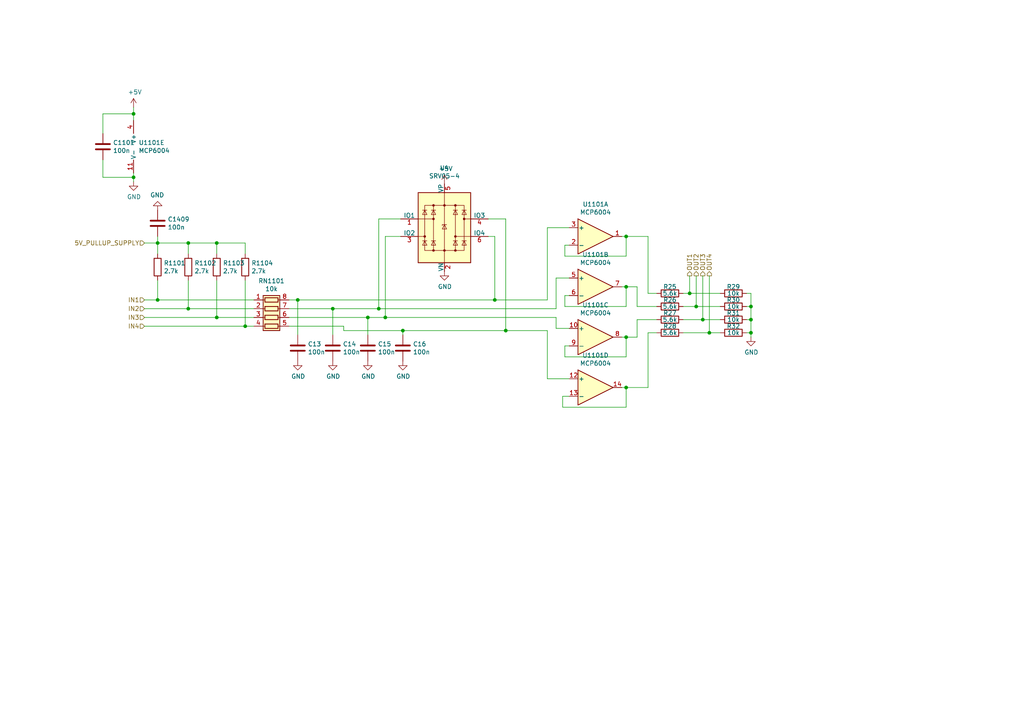
<source format=kicad_sch>
(kicad_sch (version 20211123) (generator eeschema)
  (paper "A4")
  (title_block (title "Polygonus") (date "2023-03-15") (rev "v0.7") (comment 2 "rusefi.com/s/proteus"))
  (lib_symbols
    (symbol "Amplifier_Operational:MCP6004" (pin_names (offset 0.127))
      (property "Reference" "U" (at 0 5.08 0))
      (property "Value" "MCP6004" (at 0 -5.08 0))
      (symbol "MCP6004_1_1"
        (polyline (pts (xy -5.08 5.08) (xy 5.08 0) (xy -5.08 -5.08) (xy -5.08 5.08)) (stroke (width 0.254)) (fill (type background)))
        (pin output line (at 7.62 0 180) (length 2.54) (name "~") (number "1"))
        (pin input line (at -7.62 -2.54 0) (length 2.54) (name "-") (number "2"))
        (pin input line (at -7.62 2.54 0) (length 2.54) (name "+") (number "3"))
      )
      (symbol "MCP6004_2_1"
        (polyline (pts (xy -5.08 5.08) (xy 5.08 0) (xy -5.08 -5.08) (xy -5.08 5.08)) (stroke (width 0.254)) (fill (type background)))
        (pin input line (at -7.62 2.54 0) (length 2.54) (name "+") (number "5"))
        (pin input line (at -7.62 -2.54 0) (length 2.54) (name "-") (number "6"))
        (pin output line (at 7.62 0 180) (length 2.54) (name "~") (number "7"))
      )
      (symbol "MCP6004_3_1"
        (polyline (pts (xy -5.08 5.08) (xy 5.08 0) (xy -5.08 -5.08) (xy -5.08 5.08)) (stroke (width 0.254)) (fill (type background)))
        (pin input line (at -7.62 2.54 0) (length 2.54) (name "+") (number "10"))
        (pin output line (at 7.62 0 180) (length 2.54) (name "~") (number "8"))
        (pin input line (at -7.62 -2.54 0) (length 2.54) (name "-") (number "9"))
      )
      (symbol "MCP6004_4_1"
        (polyline (pts (xy -5.08 5.08) (xy 5.08 0) (xy -5.08 -5.08) (xy -5.08 5.08)) (stroke (width 0.254)) (fill (type background)))
        (pin input line (at -7.62 2.54 0) (length 2.54) (name "+") (number "12"))
        (pin input line (at -7.62 -2.54 0) (length 2.54) (name "-") (number "13"))
        (pin output line (at 7.62 0 180) (length 2.54) (name "~") (number "14"))
      )
      (symbol "MCP6004_5_1"
        (pin power_in line (at -2.54 -7.62 90) (length 3.81) (name "V-") (number "11"))
        (pin power_in line (at -2.54 7.62 270) (length 3.81) (name "V+") (number "4"))
      )
    )
    (symbol "Device:C" (pin_numbers hide) (pin_names (offset 0.254))
      (property "Reference" "C" (at 0.635 2.54 0))
      (property "Value" "C" (at 0.635 -2.54 0))
      (symbol "C_0_1"
        (polyline (pts (xy -2.032 -0.762) (xy 2.032 -0.762)) (stroke (width 0.508)))
        (polyline (pts (xy -2.032 0.762) (xy 2.032 0.762)) (stroke (width 0.508)))
      )
      (symbol "C_1_1"
        (pin passive line (at 0 3.81 270) (length 2.794) (name "~") (number "1"))
        (pin passive line (at 0 -3.81 90) (length 2.794) (name "~") (number "2"))
      )
    )
    (symbol "Device:R" (pin_numbers hide) (pin_names (offset 0))
      (property "Reference" "R" (at 2.032 0 90))
      (property "Value" "R" (at 0 0 90))
      (symbol "R_0_1"
        (rectangle (start -1.016 -2.54) (end 1.016 2.54) (stroke (width 0.254)))
      )
      (symbol "R_1_1"
        (pin passive line (at 0 3.81 270) (length 1.27) (name "~") (number "1"))
        (pin passive line (at 0 -3.81 90) (length 1.27) (name "~") (number "2"))
      )
    )
    (symbol "Device:R_Pack04" (pin_names (offset 0) hide)
      (property "Reference" "RN" (at -7.62 0 90))
      (property "Value" "R_Pack04" (at 5.08 0 90))
      (symbol "R_Pack04_0_1"
        (rectangle (start -6.35 -2.413) (end 3.81 2.413) (stroke (width 0.254)) (fill (type background)))
        (rectangle (start -5.715 1.905) (end -4.445 -1.905) (stroke (width 0.254)))
        (rectangle (start -3.175 1.905) (end -1.905 -1.905) (stroke (width 0.254)))
        (rectangle (start -0.635 1.905) (end 0.635 -1.905) (stroke (width 0.254)))
        (polyline (pts (xy -5.08 -2.54) (xy -5.08 -1.905)))
        (polyline (pts (xy -5.08 1.905) (xy -5.08 2.54)))
        (polyline (pts (xy -2.54 -2.54) (xy -2.54 -1.905)))
        (polyline (pts (xy -2.54 1.905) (xy -2.54 2.54)))
        (polyline (pts (xy 0 -2.54) (xy 0 -1.905)))
        (polyline (pts (xy 0 1.905) (xy 0 2.54)))
        (polyline (pts (xy 2.54 -2.54) (xy 2.54 -1.905)))
        (polyline (pts (xy 2.54 1.905) (xy 2.54 2.54)))
        (rectangle (start 1.905 1.905) (end 3.175 -1.905) (stroke (width 0.254)))
      )
      (symbol "R_Pack04_1_1"
        (pin passive line (at -5.08 -5.08 90) (length 2.54) (name "R1.1") (number "1"))
        (pin passive line (at -2.54 -5.08 90) (length 2.54) (name "R2.1") (number "2"))
        (pin passive line (at 0 -5.08 90) (length 2.54) (name "R3.1") (number "3"))
        (pin passive line (at 2.54 -5.08 90) (length 2.54) (name "R4.1") (number "4"))
        (pin passive line (at 2.54 5.08 270) (length 2.54) (name "R4.2") (number "5"))
        (pin passive line (at 0 5.08 270) (length 2.54) (name "R3.2") (number "6"))
        (pin passive line (at -2.54 5.08 270) (length 2.54) (name "R2.2") (number "7"))
        (pin passive line (at -5.08 5.08 270) (length 2.54) (name "R1.2") (number "8"))
      )
    )
    (symbol "Power_Protection:SRV05-4" (pin_names (offset 0))
      (property "Reference" "U" (at -5.08 11.43 0))
      (property "Value" "SRV05-4" (at 2.54 11.43 0))
      (symbol "SRV05-4_0_0"
        (rectangle (start -5.715 6.477) (end 5.715 -6.604))
        (polyline (pts (xy -3.175 -6.604) (xy -3.175 6.477)))
        (polyline (pts (xy 3.175 6.477) (xy 3.175 -6.604)))
      )
      (symbol "SRV05-4_0_1"
        (rectangle (start -7.62 10.16) (end 7.62 -10.16) (stroke (width 0.254)) (fill (type background)))
        (circle (center -5.715 -2.54) (radius 0.2794) (fill (type outline)))
        (circle (center -3.175 -6.604) (radius 0.2794) (fill (type outline)))
        (circle (center -3.175 2.54) (radius 0.2794) (fill (type outline)))
        (circle (center -3.175 6.477) (radius 0.2794) (fill (type outline)))
        (circle (center 0 -6.604) (radius 0.2794) (fill (type outline)))
        (polyline (pts (xy -7.747 2.54) (xy -3.175 2.54)))
        (polyline (pts (xy -7.62 -2.54) (xy -5.715 -2.54)))
        (polyline (pts (xy -5.08 -3.81) (xy -6.35 -3.81)))
        (polyline (pts (xy -5.08 5.08) (xy -6.35 5.08)))
        (polyline (pts (xy -2.54 -3.81) (xy -3.81 -3.81)))
        (polyline (pts (xy -2.54 5.08) (xy -3.81 5.08)))
        (polyline (pts (xy 0 10.16) (xy 0 -10.16)))
        (polyline (pts (xy 3.81 -3.81) (xy 2.54 -3.81)))
        (polyline (pts (xy 3.81 5.08) (xy 2.54 5.08)))
        (polyline (pts (xy 6.35 -3.81) (xy 5.08 -3.81)))
        (polyline (pts (xy 6.35 5.08) (xy 5.08 5.08)))
        (polyline (pts (xy 7.62 -2.54) (xy 3.175 -2.54)))
        (polyline (pts (xy 7.62 2.54) (xy 5.715 2.54)))
        (polyline (pts (xy 0.635 0.889) (xy -0.635 0.889) (xy -0.635 0.635)))
        (polyline (pts (xy -5.08 -5.08) (xy -6.35 -5.08) (xy -5.715 -3.81) (xy -5.08 -5.08)))
        (polyline (pts (xy -5.08 3.81) (xy -6.35 3.81) (xy -5.715 5.08) (xy -5.08 3.81)))
        (polyline (pts (xy -2.54 -5.08) (xy -3.81 -5.08) (xy -3.175 -3.81) (xy -2.54 -5.08)))
        (polyline (pts (xy -2.54 3.81) (xy -3.81 3.81) (xy -3.175 5.08) (xy -2.54 3.81)))
        (polyline (pts (xy 0.635 -0.381) (xy -0.635 -0.381) (xy 0 0.889) (xy 0.635 -0.381)))
        (polyline (pts (xy 3.81 -5.08) (xy 2.54 -5.08) (xy 3.175 -3.81) (xy 3.81 -5.08)))
        (polyline (pts (xy 3.81 3.81) (xy 2.54 3.81) (xy 3.175 5.08) (xy 3.81 3.81)))
        (polyline (pts (xy 6.35 -5.08) (xy 5.08 -5.08) (xy 5.715 -3.81) (xy 6.35 -5.08)))
        (polyline (pts (xy 6.35 3.81) (xy 5.08 3.81) (xy 5.715 5.08) (xy 6.35 3.81)))
        (circle (center 0 6.477) (radius 0.2794) (fill (type outline)))
        (circle (center 3.175 -6.604) (radius 0.2794) (fill (type outline)))
        (circle (center 3.175 -2.54) (radius 0.2794) (fill (type outline)))
        (circle (center 3.175 6.477) (radius 0.2794) (fill (type outline)))
        (circle (center 5.715 2.54) (radius 0.2794) (fill (type outline)))
      )
      (symbol "SRV05-4_1_1"
        (pin passive line (at -12.7 2.54 0) (length 5.08) (name "IO1") (number "1"))
        (pin passive line (at 0 -12.7 90) (length 2.54) (name "VN") (number "2"))
        (pin passive line (at -12.7 -2.54 0) (length 5.08) (name "IO2") (number "3"))
        (pin passive line (at 12.7 2.54 180) (length 5.08) (name "IO3") (number "4"))
        (pin passive line (at 0 12.7 270) (length 2.54) (name "VP") (number "5"))
        (pin passive line (at 12.7 -2.54 180) (length 5.08) (name "IO4") (number "6"))
      )
    )
    (symbol "power:+5V" (power) (pin_names (offset 0))
      (property "Value" "+5V" (at 0 3.556 0))
      (symbol "+5V_0_1"
        (polyline (pts (xy -0.762 1.27) (xy 0 2.54)))
        (polyline (pts (xy 0 0) (xy 0 2.54)))
        (polyline (pts (xy 0 2.54) (xy 0.762 1.27)))
      )
      (symbol "+5V_1_1"
        (pin power_in line (at 0 0 90) (length 0) hide (name "+5V") (number "1"))
      )
    )
    (symbol "power:GND" (power) (pin_names (offset 0))
      (property "Value" "GND" (at 0 -3.81 0))
      (symbol "GND_0_1"
        (polyline (pts (xy 0 0) (xy 0 -1.27) (xy 1.27 -1.27) (xy 0 -2.54) (xy -1.27 -1.27) (xy 0 -1.27)))
      )
      (symbol "GND_1_1"
        (pin power_in line (at 0 0 270) (length 0) hide (name "GND") (number "1"))
      )
    )
  )
  (junction (at 181.61 97.79))
  (junction (at 217.805 96.52))
  (junction (at 181.61 112.395))
  (junction (at 62.865 70.485))
  (junction (at 205.74 96.52))
  (junction (at 109.855 89.535))
  (junction (at 45.72 70.485))
  (junction (at 54.61 70.485))
  (junction (at 143.51 86.995))
  (junction (at 181.61 68.58))
  (junction (at 217.805 88.9))
  (junction (at 86.36 86.995))
  (junction (at 62.865 92.075))
  (junction (at 181.61 83.185))
  (junction (at 38.735 33.02))
  (junction (at 71.12 94.615))
  (junction (at 54.61 89.535))
  (junction (at 201.93 88.9))
  (junction (at 217.805 92.71))
  (junction (at 111.76 92.075))
  (junction (at 38.735 51.435))
  (junction (at 200.025 85.09))
  (junction (at 116.84 95.885))
  (junction (at 203.835 92.71))
  (junction (at 106.68 92.075))
  (junction (at 45.72 86.995))
  (junction (at 96.52 89.535))
  (junction (at 146.685 95.885))
  (wire (pts (xy 184.785 83.185) (xy 184.785 88.9)))
  (wire (pts (xy 45.72 70.485) (xy 54.61 70.485)))
  (wire (pts (xy 116.205 63.5) (xy 109.855 63.5)))
  (wire (pts (xy 158.75 95.885) (xy 158.75 109.855)))
  (wire (pts (xy 116.84 95.885) (xy 146.685 95.885)))
  (wire (pts (xy 187.96 112.395) (xy 181.61 112.395)))
  (wire (pts (xy 190.5 85.09) (xy 187.96 85.09)))
  (wire (pts (xy 217.805 96.52) (xy 216.535 96.52)))
  (wire (pts (xy 83.82 94.615) (xy 99.695 94.615)))
  (wire (pts (xy 99.695 95.885) (xy 116.84 95.885)))
  (wire (pts (xy 161.29 80.645) (xy 161.29 89.535)))
  (wire (pts (xy 190.5 96.52) (xy 187.96 96.52)))
  (wire (pts (xy 109.855 89.535) (xy 161.29 89.535)))
  (wire (pts (xy 217.805 85.09) (xy 217.805 88.9)))
  (wire (pts (xy 217.805 92.71) (xy 216.535 92.71)))
  (wire (pts (xy 208.915 88.9) (xy 201.93 88.9)))
  (wire (pts (xy 143.51 86.995) (xy 158.75 86.995)))
  (wire (pts (xy 41.91 86.995) (xy 45.72 86.995)))
  (wire (pts (xy 41.91 70.485) (xy 45.72 70.485)))
  (wire (pts (xy 41.91 89.535) (xy 54.61 89.535)))
  (wire (pts (xy 45.72 68.58) (xy 45.72 70.485)))
  (wire (pts (xy 187.96 85.09) (xy 187.96 68.58)))
  (wire (pts (xy 158.75 66.04) (xy 165.1 66.04)))
  (wire (pts (xy 111.76 92.075) (xy 111.76 68.58)))
  (wire (pts (xy 71.12 81.28) (xy 71.12 94.615)))
  (wire (pts (xy 163.83 71.12) (xy 163.83 74.295)))
  (wire (pts (xy 41.91 92.075) (xy 62.865 92.075)))
  (wire (pts (xy 86.36 86.995) (xy 83.82 86.995)))
  (wire (pts (xy 45.72 70.485) (xy 45.72 73.66)))
  (wire (pts (xy 184.785 97.79) (xy 184.785 92.71)))
  (wire (pts (xy 205.74 96.52) (xy 205.74 80.01)))
  (wire (pts (xy 203.835 92.71) (xy 208.915 92.71)))
  (wire (pts (xy 187.96 68.58) (xy 181.61 68.58)))
  (wire (pts (xy 165.1 85.725) (xy 163.83 85.725)))
  (wire (pts (xy 111.76 68.58) (xy 116.205 68.58)))
  (wire (pts (xy 163.195 114.935) (xy 163.195 118.11)))
  (wire (pts (xy 181.61 74.295) (xy 181.61 68.58)))
  (wire (pts (xy 187.96 96.52) (xy 187.96 112.395)))
  (wire (pts (xy 181.61 103.505) (xy 181.61 97.79)))
  (wire (pts (xy 106.68 92.075) (xy 106.68 97.155)))
  (wire (pts (xy 163.83 85.725) (xy 163.83 88.9)))
  (wire (pts (xy 181.61 68.58) (xy 180.34 68.58)))
  (wire (pts (xy 38.735 52.705) (xy 38.735 51.435)))
  (wire (pts (xy 161.29 92.075) (xy 161.29 95.25)))
  (wire (pts (xy 38.735 51.435) (xy 29.845 51.435)))
  (wire (pts (xy 165.1 80.645) (xy 161.29 80.645)))
  (wire (pts (xy 141.605 63.5) (xy 146.685 63.5)))
  (wire (pts (xy 158.75 109.855) (xy 165.1 109.855)))
  (wire (pts (xy 146.685 95.885) (xy 158.75 95.885)))
  (wire (pts (xy 201.93 80.01) (xy 201.93 88.9)))
  (wire (pts (xy 161.29 95.25) (xy 165.1 95.25)))
  (wire (pts (xy 208.915 96.52) (xy 205.74 96.52)))
  (wire (pts (xy 181.61 112.395) (xy 180.34 112.395)))
  (wire (pts (xy 217.805 92.71) (xy 217.805 88.9)))
  (wire (pts (xy 38.735 33.02) (xy 38.735 34.925)))
  (wire (pts (xy 99.695 94.615) (xy 99.695 95.885)))
  (wire (pts (xy 96.52 89.535) (xy 109.855 89.535)))
  (wire (pts (xy 45.72 86.995) (xy 73.66 86.995)))
  (wire (pts (xy 203.835 80.01) (xy 203.835 92.71)))
  (wire (pts (xy 116.84 97.155) (xy 116.84 95.885)))
  (wire (pts (xy 200.025 85.09) (xy 200.025 80.01)))
  (wire (pts (xy 200.025 85.09) (xy 208.915 85.09)))
  (wire (pts (xy 163.83 74.295) (xy 181.61 74.295)))
  (wire (pts (xy 54.61 81.28) (xy 54.61 89.535)))
  (wire (pts (xy 71.12 70.485) (xy 71.12 73.66)))
  (wire (pts (xy 184.785 92.71) (xy 190.5 92.71)))
  (wire (pts (xy 86.36 86.995) (xy 143.51 86.995)))
  (wire (pts (xy 45.72 81.28) (xy 45.72 86.995)))
  (wire (pts (xy 29.845 38.735) (xy 29.845 33.02)))
  (wire (pts (xy 106.68 92.075) (xy 111.76 92.075)))
  (wire (pts (xy 158.75 86.995) (xy 158.75 66.04)))
  (wire (pts (xy 54.61 70.485) (xy 54.61 73.66)))
  (wire (pts (xy 141.605 68.58) (xy 143.51 68.58)))
  (wire (pts (xy 198.12 85.09) (xy 200.025 85.09)))
  (wire (pts (xy 181.61 83.185) (xy 184.785 83.185)))
  (wire (pts (xy 146.685 63.5) (xy 146.685 95.885)))
  (wire (pts (xy 29.845 51.435) (xy 29.845 46.355)))
  (wire (pts (xy 29.845 33.02) (xy 38.735 33.02)))
  (wire (pts (xy 54.61 70.485) (xy 62.865 70.485)))
  (wire (pts (xy 163.83 88.9) (xy 181.61 88.9)))
  (wire (pts (xy 62.865 92.075) (xy 73.66 92.075)))
  (wire (pts (xy 165.1 114.935) (xy 163.195 114.935)))
  (wire (pts (xy 109.855 63.5) (xy 109.855 89.535)))
  (wire (pts (xy 62.865 70.485) (xy 62.865 73.66)))
  (wire (pts (xy 83.82 92.075) (xy 106.68 92.075)))
  (wire (pts (xy 163.83 103.505) (xy 181.61 103.505)))
  (wire (pts (xy 201.93 88.9) (xy 198.12 88.9)))
  (wire (pts (xy 163.83 100.33) (xy 163.83 103.505)))
  (wire (pts (xy 96.52 89.535) (xy 96.52 97.155)))
  (wire (pts (xy 111.76 92.075) (xy 161.29 92.075)))
  (wire (pts (xy 184.785 88.9) (xy 190.5 88.9)))
  (wire (pts (xy 71.12 94.615) (xy 73.66 94.615)))
  (wire (pts (xy 217.805 88.9) (xy 216.535 88.9)))
  (wire (pts (xy 38.735 51.435) (xy 38.735 50.165)))
  (wire (pts (xy 86.36 97.155) (xy 86.36 86.995)))
  (wire (pts (xy 62.865 70.485) (xy 71.12 70.485)))
  (wire (pts (xy 217.805 96.52) (xy 217.805 92.71)))
  (wire (pts (xy 181.61 88.9) (xy 181.61 83.185)))
  (wire (pts (xy 54.61 89.535) (xy 73.66 89.535)))
  (wire (pts (xy 198.12 92.71) (xy 203.835 92.71)))
  (wire (pts (xy 143.51 68.58) (xy 143.51 86.995)))
  (wire (pts (xy 83.82 89.535) (xy 96.52 89.535)))
  (wire (pts (xy 41.91 94.615) (xy 71.12 94.615)))
  (wire (pts (xy 181.61 83.185) (xy 180.34 83.185)))
  (wire (pts (xy 38.735 31.115) (xy 38.735 33.02)))
  (wire (pts (xy 181.61 97.79) (xy 184.785 97.79)))
  (wire (pts (xy 205.74 96.52) (xy 198.12 96.52)))
  (wire (pts (xy 165.1 100.33) (xy 163.83 100.33)))
  (wire (pts (xy 181.61 97.79) (xy 180.34 97.79)))
  (wire (pts (xy 181.61 118.11) (xy 181.61 112.395)))
  (wire (pts (xy 217.805 97.79) (xy 217.805 96.52)))
  (wire (pts (xy 216.535 85.09) (xy 217.805 85.09)))
  (wire (pts (xy 165.1 71.12) (xy 163.83 71.12)))
  (wire (pts (xy 163.195 118.11) (xy 181.61 118.11)))
  (wire (pts (xy 62.865 81.28) (xy 62.865 92.075)))
  (hierarchical_label "IN2" (shape input) (at 41.91 89.535 180))
  (hierarchical_label "OUT1" (shape output) (at 200.025 80.01 90))
  (hierarchical_label "OUT3" (shape output) (at 203.835 80.01 90))
  (hierarchical_label "IN4" (shape input) (at 41.91 94.615 180))
  (hierarchical_label "5V_PULLUP_SUPPLY" (shape input) (at 41.91 70.485 180))
  (hierarchical_label "OUT4" (shape output) (at 205.74 80.01 90))
  (hierarchical_label "OUT2" (shape output) (at 201.93 80.01 90))
  (hierarchical_label "IN3" (shape input) (at 41.91 92.075 180))
  (hierarchical_label "IN1" (shape input) (at 41.91 86.995 180))
  (symbol (lib_id "Amplifier_Operational:MCP6004") (at 41.275 42.545 0) (unit 5)
    (property "Reference" "U1101" (at 40.2082 41.3766 0) (effects (justify left)))
    (property "Value" "MCP6004" (at 40.2082 43.688 0) (effects (justify left)))
    (property "Footprint" "Package_SO:TSSOP-14_4.4x5mm_P0.65mm" (effects hide))
    (property "Datasheet" "http://ww1.microchip.com/downloads/en/DeviceDoc/21733j.pdf" (effects hide))
    (property "PN" "MCP6004T-I/ST" (effects hide))
    (property "LCSC" "C50282" (effects hide))
    (property "LCSC_ext" "1" (effects hide))
    (property "possible_not_ext" "1" (effects hide))
  )
  (symbol (lib_id "Device:R_Pack04") (at 78.74 92.075 270) (unit 1)
    (property "Reference" "RN1101" (at 78.74 81.4832 90))
    (property "Value" "10k" (at 78.74 83.7946 90))
    (property "Footprint" "Resistor_SMD:R_Array_Convex_4x0603" (effects hide))
    (property "PN" "CAT16-473J4LF" (effects hide))
    (property "LCSC" "C29718" (effects hide))
    (property "LCSC_ext" "0" (effects hide))
  )
  (symbol (lib_id "Device:R") (at 45.72 77.47 0) (unit 1)
    (property "Reference" "R1101" (at 47.498 76.3016 0) (effects (justify left)))
    (property "Value" "2.7k" (at 47.498 78.613 0) (effects (justify left)))
    (property "Footprint" "Resistor_SMD:R_0603_1608Metric" (effects hide))
    (property "LCSC" "C13167" (effects hide))
    (property "LCSC_ext" "0" (effects hide))
  )
  (symbol (lib_id "Device:C") (at 29.845 42.545 0) (unit 1)
    (property "Reference" "C1101" (at 32.766 41.3766 0) (effects (justify left)))
    (property "Value" "100n" (at 32.766 43.688 0) (effects (justify left)))
    (property "Footprint" "Capacitor_SMD:C_0603_1608Metric" (effects hide))
    (property "LCSC" "C14663" (effects hide))
    (property "LCSC_ext" "0" (effects hide))
  )
  (symbol (lib_id "power:GND") (at 38.735 52.705 0) (unit 1)
    (property "Reference" "#PWR01102" (effects hide))
    (property "Value" "GND" (at 38.862 57.0992 0))
  )
  (symbol (lib_id "power:GND") (at 106.68 104.775 0) (unit 1)
    (property "Reference" "#PWR01108" (effects hide))
    (property "Value" "GND" (at 106.807 109.1692 0))
  )
  (symbol (lib_id "power:GND") (at 116.84 104.775 0) (unit 1)
    (property "Reference" "#PWR01109" (effects hide))
    (property "Value" "GND" (at 116.967 109.1692 0))
  )
  (symbol (lib_id "power:GND") (at 217.805 97.79 0) (unit 1)
    (property "Reference" "#PWR01105" (effects hide))
    (property "Value" "GND" (at 217.932 102.1842 0))
  )
  (symbol (lib_id "Device:C") (at 45.72 64.77 0) (unit 1)
    (property "Reference" "C1409" (at 48.641 63.6016 0) (effects (justify left)))
    (property "Value" "100n" (at 48.641 65.913 0) (effects (justify left)))
    (property "Footprint" "Capacitor_SMD:C_0603_1608Metric" (effects hide))
    (property "LCSC" "C14663" (effects hide))
    (property "LCSC_ext" "0" (effects hide))
  )
  (symbol (lib_id "power:GND") (at 45.72 60.96 180) (unit 1)
    (property "Reference" "#PWR0210" (effects hide))
    (property "Value" "GND" (at 45.593 56.5658 0))
  )
  (symbol (lib_id "Device:R") (at 54.61 77.47 0) (unit 1)
    (property "Reference" "R1102" (at 56.388 76.3016 0) (effects (justify left)))
    (property "Value" "2.7k" (at 56.388 78.613 0) (effects (justify left)))
    (property "Footprint" "Resistor_SMD:R_0603_1608Metric" (effects hide))
    (property "LCSC" "C13167" (effects hide))
    (property "LCSC_ext" "0" (effects hide))
  )
  (symbol (lib_id "Device:R") (at 62.865 77.47 0) (unit 1)
    (property "Reference" "R1103" (at 64.643 76.3016 0) (effects (justify left)))
    (property "Value" "2.7k" (at 64.643 78.613 0) (effects (justify left)))
    (property "Footprint" "Resistor_SMD:R_0603_1608Metric" (effects hide))
    (property "LCSC" "C13167" (effects hide))
    (property "LCSC_ext" "0" (effects hide))
  )
  (symbol (lib_id "Device:R") (at 71.12 77.47 0) (unit 1)
    (property "Reference" "R1104" (at 72.898 76.3016 0) (effects (justify left)))
    (property "Value" "2.7k" (at 72.898 78.613 0) (effects (justify left)))
    (property "Footprint" "Resistor_SMD:R_0603_1608Metric" (effects hide))
    (property "LCSC" "C13167" (effects hide))
    (property "LCSC_ext" "0" (effects hide))
  )
  (symbol (lib_id "Amplifier_Operational:MCP6004") (at 172.72 68.58 0) (unit 1)
    (property "Reference" "U1101" (at 172.72 59.2582 0))
    (property "Value" "MCP6004" (at 172.72 61.5696 0))
    (property "Footprint" "Package_SO:TSSOP-14_4.4x5mm_P0.65mm" (effects hide))
    (property "Datasheet" "http://ww1.microchip.com/downloads/en/DeviceDoc/21733j.pdf" (effects hide))
    (property "PN" "MCP6004T-I/ST" (effects hide))
    (property "LCSC" "C50282" (effects hide))
    (property "LCSC_ext" "1" (effects hide))
    (property "possible_not_ext" "1" (effects hide))
  )
  (symbol (lib_id "Amplifier_Operational:MCP6004") (at 172.72 83.185 0) (unit 2)
    (property "Reference" "U1101" (at 172.72 73.8632 0))
    (property "Value" "MCP6004" (at 172.72 76.1746 0))
    (property "Footprint" "Package_SO:TSSOP-14_4.4x5mm_P0.65mm" (effects hide))
    (property "Datasheet" "http://ww1.microchip.com/downloads/en/DeviceDoc/21733j.pdf" (effects hide))
    (property "PN" "MCP6004T-I/ST" (effects hide))
    (property "LCSC" "C50282" (effects hide))
    (property "LCSC_ext" "1" (effects hide))
    (property "possible_not_ext" "1" (effects hide))
  )
  (symbol (lib_id "Amplifier_Operational:MCP6004") (at 172.72 97.79 0) (unit 3)
    (property "Reference" "U1101" (at 172.72 88.4682 0))
    (property "Value" "MCP6004" (at 172.72 90.7796 0))
    (property "Footprint" "Package_SO:TSSOP-14_4.4x5mm_P0.65mm" (effects hide))
    (property "Datasheet" "http://ww1.microchip.com/downloads/en/DeviceDoc/21733j.pdf" (effects hide))
    (property "PN" "MCP6004T-I/ST" (effects hide))
    (property "LCSC" "C50282" (effects hide))
    (property "LCSC_ext" "1" (effects hide))
    (property "possible_not_ext" "1" (effects hide))
  )
  (symbol (lib_id "Amplifier_Operational:MCP6004") (at 172.72 112.395 0) (unit 4)
    (property "Reference" "U1101" (at 172.72 103.0732 0))
    (property "Value" "MCP6004" (at 172.72 105.3846 0))
    (property "Footprint" "Package_SO:TSSOP-14_4.4x5mm_P0.65mm" (effects hide))
    (property "Datasheet" "http://ww1.microchip.com/downloads/en/DeviceDoc/21733j.pdf" (effects hide))
    (property "PN" "MCP6004T-I/ST" (effects hide))
    (property "LCSC" "C50282" (effects hide))
    (property "LCSC_ext" "1" (effects hide))
    (property "possible_not_ext" "1" (effects hide))
  )
  (symbol (lib_id "power:GND") (at 86.36 104.775 0) (unit 1)
    (property "Reference" "#PWR01106" (effects hide))
    (property "Value" "GND" (at 86.487 109.1692 0))
  )
  (symbol (lib_id "power:GND") (at 96.52 104.775 0) (unit 1)
    (property "Reference" "#PWR01107" (effects hide))
    (property "Value" "GND" (at 96.647 109.1692 0))
  )
  (symbol (lib_id "power:+5V") (at 38.735 31.115 0) (unit 1)
    (property "Reference" "#PWR0218" (effects hide))
    (property "Value" "+5V" (at 39.116 26.7208 0))
  )
  (symbol (lib_id "Device:C") (at 86.36 100.965 0) (unit 1)
    (property "Reference" "C13" (at 89.281 99.7966 0) (effects (justify left)))
    (property "Value" "100n" (at 89.281 102.108 0) (effects (justify left)))
    (property "Footprint" "Capacitor_SMD:C_0402_1005Metric" (effects hide))
    (property "LCSC" "C1525" (effects hide))
    (property "LCSC_ext" "0" (effects hide))
  )
  (symbol (lib_id "Device:C") (at 96.52 100.965 0) (unit 1)
    (property "Reference" "C14" (at 99.441 99.7966 0) (effects (justify left)))
    (property "Value" "100n" (at 99.441 102.108 0) (effects (justify left)))
    (property "Footprint" "Capacitor_SMD:C_0402_1005Metric" (effects hide))
    (property "LCSC" "C1525" (effects hide))
    (property "LCSC_ext" "0" (effects hide))
  )
  (symbol (lib_id "Device:C") (at 106.68 100.965 0) (unit 1)
    (property "Reference" "C15" (at 109.601 99.7966 0) (effects (justify left)))
    (property "Value" "100n" (at 109.601 102.108 0) (effects (justify left)))
    (property "Footprint" "Capacitor_SMD:C_0402_1005Metric" (effects hide))
    (property "LCSC" "C1525" (effects hide))
    (property "LCSC_ext" "0" (effects hide))
  )
  (symbol (lib_id "Device:C") (at 116.84 100.965 0) (unit 1)
    (property "Reference" "C16" (at 119.761 99.7966 0) (effects (justify left)))
    (property "Value" "100n" (at 119.761 102.108 0) (effects (justify left)))
    (property "Footprint" "Capacitor_SMD:C_0402_1005Metric" (effects hide))
    (property "LCSC" "C1525" (effects hide))
    (property "LCSC_ext" "0" (effects hide))
  )
  (symbol (lib_id "Power_Protection:SRV05-4") (at 128.905 66.04 0) (unit 1)
    (property "Reference" "U4" (at 128.905 48.7426 0))
    (property "Value" "SRV05-4" (at 128.905 51.054 0))
    (property "Footprint" "Package_TO_SOT_SMD:SOT-23-6" (effects hide))
    (property "Datasheet" "http://www.onsemi.com/pub/Collateral/SRV05-4-D.PDF" (effects hide))
    (property "LCSC" "C85364" (effects hide))
    (property "LCSC_ext" "0" (effects hide))
  )
  (symbol (lib_id "power:GND") (at 128.905 78.74 0) (unit 1)
    (property "Reference" "#PWR0272" (effects hide))
    (property "Value" "GND" (at 129.032 83.1342 0))
  )
  (symbol (lib_id "power:+5V") (at 128.905 53.34 0) (unit 1)
    (property "Reference" "#PWR0273" (effects hide))
    (property "Value" "+5V" (at 129.286 48.9458 0))
  )
  (symbol (lib_id "Device:R") (at 194.31 85.09 270) (unit 1)
    (property "Reference" "R25" (at 194.31 83.185 90))
    (property "Value" "5.6k" (at 194.31 85.09 90))
    (property "Footprint" "Resistor_SMD:R_0402_1005Metric" (effects hide))
    (property "LCSC" "C25908" (effects hide))
    (property "LCSC_ext" "0" (effects hide))
  )
  (symbol (lib_id "Device:R") (at 194.31 88.9 270) (unit 1)
    (property "Reference" "R26" (at 194.31 86.995 90))
    (property "Value" "5.6k" (at 194.31 88.9 90))
    (property "Footprint" "Resistor_SMD:R_0402_1005Metric" (effects hide))
    (property "LCSC" "C25908" (effects hide))
    (property "LCSC_ext" "0" (effects hide))
  )
  (symbol (lib_id "Device:R") (at 194.31 92.71 270) (unit 1)
    (property "Reference" "R27" (at 194.31 90.805 90))
    (property "Value" "5.6k" (at 194.31 92.71 90))
    (property "Footprint" "Resistor_SMD:R_0402_1005Metric" (effects hide))
    (property "LCSC" "C25908" (effects hide))
    (property "LCSC_ext" "0" (effects hide))
  )
  (symbol (lib_id "Device:R") (at 194.31 96.52 270) (unit 1)
    (property "Reference" "R28" (at 194.31 94.615 90))
    (property "Value" "5.6k" (at 194.31 96.52 90))
    (property "Footprint" "Resistor_SMD:R_0402_1005Metric" (effects hide))
    (property "LCSC" "C25908" (effects hide))
    (property "LCSC_ext" "0" (effects hide))
  )
  (symbol (lib_id "Device:R") (at 212.725 85.09 270) (unit 1)
    (property "Reference" "R29" (at 212.725 83.185 90))
    (property "Value" "10k" (at 212.725 85.09 90))
    (property "Footprint" "Resistor_SMD:R_0402_1005Metric" (effects hide))
    (property "LCSC" "C25744" (effects hide))
    (property "LCSC_ext" "0" (effects hide))
  )
  (symbol (lib_id "Device:R") (at 212.725 88.9 270) (unit 1)
    (property "Reference" "R30" (at 212.725 86.995 90))
    (property "Value" "10k" (at 212.725 88.9 90))
    (property "Footprint" "Resistor_SMD:R_0402_1005Metric" (effects hide))
    (property "LCSC" "C25744" (effects hide))
    (property "LCSC_ext" "0" (effects hide))
  )
  (symbol (lib_id "Device:R") (at 212.725 92.71 270) (unit 1)
    (property "Reference" "R31" (at 212.725 90.805 90))
    (property "Value" "10k" (at 212.725 92.71 90))
    (property "Footprint" "Resistor_SMD:R_0402_1005Metric" (effects hide))
    (property "LCSC" "C25744" (effects hide))
    (property "LCSC_ext" "0" (effects hide))
  )
  (symbol (lib_id "Device:R") (at 212.725 96.52 270) (unit 1)
    (property "Reference" "R32" (at 212.725 94.615 90))
    (property "Value" "10k" (at 212.725 96.52 90))
    (property "Footprint" "Resistor_SMD:R_0402_1005Metric" (effects hide))
    (property "LCSC" "C25744" (effects hide))
    (property "LCSC_ext" "0" (effects hide))
  )
)
</source>
